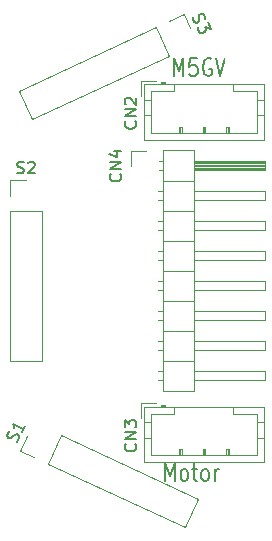
<source format=gto>
G04 #@! TF.FileFunction,Legend,Top*
%FSLAX46Y46*%
G04 Gerber Fmt 4.6, Leading zero omitted, Abs format (unit mm)*
G04 Created by KiCad (PCBNEW 4.0.7) date 05/17/20 12:10:28*
%MOMM*%
%LPD*%
G01*
G04 APERTURE LIST*
%ADD10C,0.100000*%
%ADD11C,0.200000*%
%ADD12C,0.120000*%
%ADD13C,0.150000*%
%ADD14R,2.100000X2.100000*%
%ADD15O,2.100000X2.100000*%
%ADD16R,1.600000X2.100000*%
%ADD17O,1.600000X2.100000*%
%ADD18C,2.100000*%
%ADD19C,3.900000*%
G04 APERTURE END LIST*
D10*
D11*
X76019286Y-48303571D02*
X76019286Y-46803571D01*
X76419286Y-47875000D01*
X76819286Y-46803571D01*
X76819286Y-48303571D01*
X77962144Y-46803571D02*
X77390715Y-46803571D01*
X77333572Y-47517857D01*
X77390715Y-47446429D01*
X77505001Y-47375000D01*
X77790715Y-47375000D01*
X77905001Y-47446429D01*
X77962144Y-47517857D01*
X78019287Y-47660714D01*
X78019287Y-48017857D01*
X77962144Y-48160714D01*
X77905001Y-48232143D01*
X77790715Y-48303571D01*
X77505001Y-48303571D01*
X77390715Y-48232143D01*
X77333572Y-48160714D01*
X79162144Y-46875000D02*
X79047858Y-46803571D01*
X78876429Y-46803571D01*
X78705001Y-46875000D01*
X78590715Y-47017857D01*
X78533572Y-47160714D01*
X78476429Y-47446429D01*
X78476429Y-47660714D01*
X78533572Y-47946429D01*
X78590715Y-48089286D01*
X78705001Y-48232143D01*
X78876429Y-48303571D01*
X78990715Y-48303571D01*
X79162144Y-48232143D01*
X79219287Y-48160714D01*
X79219287Y-47660714D01*
X78990715Y-47660714D01*
X79562144Y-46803571D02*
X79962144Y-48303571D01*
X80362144Y-46803571D01*
X75270000Y-82593571D02*
X75270000Y-81093571D01*
X75670000Y-82165000D01*
X76070000Y-81093571D01*
X76070000Y-82593571D01*
X76812858Y-82593571D02*
X76698572Y-82522143D01*
X76641429Y-82450714D01*
X76584286Y-82307857D01*
X76584286Y-81879286D01*
X76641429Y-81736429D01*
X76698572Y-81665000D01*
X76812858Y-81593571D01*
X76984286Y-81593571D01*
X77098572Y-81665000D01*
X77155715Y-81736429D01*
X77212858Y-81879286D01*
X77212858Y-82307857D01*
X77155715Y-82450714D01*
X77098572Y-82522143D01*
X76984286Y-82593571D01*
X76812858Y-82593571D01*
X77555715Y-81593571D02*
X78012858Y-81593571D01*
X77727143Y-81093571D02*
X77727143Y-82379286D01*
X77784286Y-82522143D01*
X77898572Y-82593571D01*
X78012858Y-82593571D01*
X78584286Y-82593571D02*
X78470000Y-82522143D01*
X78412857Y-82450714D01*
X78355714Y-82307857D01*
X78355714Y-81879286D01*
X78412857Y-81736429D01*
X78470000Y-81665000D01*
X78584286Y-81593571D01*
X78755714Y-81593571D01*
X78870000Y-81665000D01*
X78927143Y-81736429D01*
X78984286Y-81879286D01*
X78984286Y-82307857D01*
X78927143Y-82450714D01*
X78870000Y-82522143D01*
X78755714Y-82593571D01*
X78584286Y-82593571D01*
X79498571Y-82593571D02*
X79498571Y-81593571D01*
X79498571Y-81879286D02*
X79555714Y-81736429D01*
X79612857Y-81665000D01*
X79727143Y-81593571D01*
X79841428Y-81593571D01*
D12*
X73515000Y-49000000D02*
X73515000Y-53700000D01*
X73515000Y-53700000D02*
X83615000Y-53700000D01*
X83615000Y-53700000D02*
X83615000Y-49000000D01*
X83615000Y-49000000D02*
X73515000Y-49000000D01*
X76065000Y-49000000D02*
X76065000Y-49600000D01*
X76065000Y-49600000D02*
X74115000Y-49600000D01*
X74115000Y-49600000D02*
X74115000Y-53100000D01*
X74115000Y-53100000D02*
X83015000Y-53100000D01*
X83015000Y-53100000D02*
X83015000Y-49600000D01*
X83015000Y-49600000D02*
X81065000Y-49600000D01*
X81065000Y-49600000D02*
X81065000Y-49000000D01*
X73515000Y-50300000D02*
X74115000Y-50300000D01*
X73515000Y-51600000D02*
X74115000Y-51600000D01*
X83615000Y-50300000D02*
X83015000Y-50300000D01*
X83615000Y-51600000D02*
X83015000Y-51600000D01*
X75265000Y-49000000D02*
X75265000Y-48800000D01*
X75265000Y-48800000D02*
X74965000Y-48800000D01*
X74965000Y-48800000D02*
X74965000Y-49000000D01*
X75265000Y-48900000D02*
X74965000Y-48900000D01*
X76465000Y-53100000D02*
X76465000Y-52600000D01*
X76465000Y-52600000D02*
X76665000Y-52600000D01*
X76665000Y-52600000D02*
X76665000Y-53100000D01*
X76565000Y-53100000D02*
X76565000Y-52600000D01*
X78465000Y-53100000D02*
X78465000Y-52600000D01*
X78465000Y-52600000D02*
X78665000Y-52600000D01*
X78665000Y-52600000D02*
X78665000Y-53100000D01*
X78565000Y-53100000D02*
X78565000Y-52600000D01*
X80465000Y-53100000D02*
X80465000Y-52600000D01*
X80465000Y-52600000D02*
X80665000Y-52600000D01*
X80665000Y-52600000D02*
X80665000Y-53100000D01*
X80565000Y-53100000D02*
X80565000Y-52600000D01*
X74465000Y-48700000D02*
X73215000Y-48700000D01*
X73215000Y-48700000D02*
X73215000Y-49950000D01*
X73515000Y-76305000D02*
X73515000Y-81005000D01*
X73515000Y-81005000D02*
X83615000Y-81005000D01*
X83615000Y-81005000D02*
X83615000Y-76305000D01*
X83615000Y-76305000D02*
X73515000Y-76305000D01*
X76065000Y-76305000D02*
X76065000Y-76905000D01*
X76065000Y-76905000D02*
X74115000Y-76905000D01*
X74115000Y-76905000D02*
X74115000Y-80405000D01*
X74115000Y-80405000D02*
X83015000Y-80405000D01*
X83015000Y-80405000D02*
X83015000Y-76905000D01*
X83015000Y-76905000D02*
X81065000Y-76905000D01*
X81065000Y-76905000D02*
X81065000Y-76305000D01*
X73515000Y-77605000D02*
X74115000Y-77605000D01*
X73515000Y-78905000D02*
X74115000Y-78905000D01*
X83615000Y-77605000D02*
X83015000Y-77605000D01*
X83615000Y-78905000D02*
X83015000Y-78905000D01*
X75265000Y-76305000D02*
X75265000Y-76105000D01*
X75265000Y-76105000D02*
X74965000Y-76105000D01*
X74965000Y-76105000D02*
X74965000Y-76305000D01*
X75265000Y-76205000D02*
X74965000Y-76205000D01*
X76465000Y-80405000D02*
X76465000Y-79905000D01*
X76465000Y-79905000D02*
X76665000Y-79905000D01*
X76665000Y-79905000D02*
X76665000Y-80405000D01*
X76565000Y-80405000D02*
X76565000Y-79905000D01*
X78465000Y-80405000D02*
X78465000Y-79905000D01*
X78465000Y-79905000D02*
X78665000Y-79905000D01*
X78665000Y-79905000D02*
X78665000Y-80405000D01*
X78565000Y-80405000D02*
X78565000Y-79905000D01*
X80465000Y-80405000D02*
X80465000Y-79905000D01*
X80465000Y-79905000D02*
X80665000Y-79905000D01*
X80665000Y-79905000D02*
X80665000Y-80405000D01*
X80565000Y-80405000D02*
X80565000Y-79905000D01*
X74465000Y-76005000D02*
X73215000Y-76005000D01*
X73215000Y-76005000D02*
X73215000Y-77255000D01*
X75100000Y-54550000D02*
X75100000Y-74990000D01*
X75100000Y-74990000D02*
X77760000Y-74990000D01*
X77760000Y-74990000D02*
X77760000Y-54550000D01*
X77760000Y-54550000D02*
X75100000Y-54550000D01*
X77760000Y-55500000D02*
X83760000Y-55500000D01*
X83760000Y-55500000D02*
X83760000Y-56260000D01*
X83760000Y-56260000D02*
X77760000Y-56260000D01*
X77760000Y-55560000D02*
X83760000Y-55560000D01*
X77760000Y-55680000D02*
X83760000Y-55680000D01*
X77760000Y-55800000D02*
X83760000Y-55800000D01*
X77760000Y-55920000D02*
X83760000Y-55920000D01*
X77760000Y-56040000D02*
X83760000Y-56040000D01*
X77760000Y-56160000D02*
X83760000Y-56160000D01*
X74770000Y-55500000D02*
X75100000Y-55500000D01*
X74770000Y-56260000D02*
X75100000Y-56260000D01*
X75100000Y-57150000D02*
X77760000Y-57150000D01*
X77760000Y-58040000D02*
X83760000Y-58040000D01*
X83760000Y-58040000D02*
X83760000Y-58800000D01*
X83760000Y-58800000D02*
X77760000Y-58800000D01*
X74702929Y-58040000D02*
X75100000Y-58040000D01*
X74702929Y-58800000D02*
X75100000Y-58800000D01*
X75100000Y-59690000D02*
X77760000Y-59690000D01*
X77760000Y-60580000D02*
X83760000Y-60580000D01*
X83760000Y-60580000D02*
X83760000Y-61340000D01*
X83760000Y-61340000D02*
X77760000Y-61340000D01*
X74702929Y-60580000D02*
X75100000Y-60580000D01*
X74702929Y-61340000D02*
X75100000Y-61340000D01*
X75100000Y-62230000D02*
X77760000Y-62230000D01*
X77760000Y-63120000D02*
X83760000Y-63120000D01*
X83760000Y-63120000D02*
X83760000Y-63880000D01*
X83760000Y-63880000D02*
X77760000Y-63880000D01*
X74702929Y-63120000D02*
X75100000Y-63120000D01*
X74702929Y-63880000D02*
X75100000Y-63880000D01*
X75100000Y-64770000D02*
X77760000Y-64770000D01*
X77760000Y-65660000D02*
X83760000Y-65660000D01*
X83760000Y-65660000D02*
X83760000Y-66420000D01*
X83760000Y-66420000D02*
X77760000Y-66420000D01*
X74702929Y-65660000D02*
X75100000Y-65660000D01*
X74702929Y-66420000D02*
X75100000Y-66420000D01*
X75100000Y-67310000D02*
X77760000Y-67310000D01*
X77760000Y-68200000D02*
X83760000Y-68200000D01*
X83760000Y-68200000D02*
X83760000Y-68960000D01*
X83760000Y-68960000D02*
X77760000Y-68960000D01*
X74702929Y-68200000D02*
X75100000Y-68200000D01*
X74702929Y-68960000D02*
X75100000Y-68960000D01*
X75100000Y-69850000D02*
X77760000Y-69850000D01*
X77760000Y-70740000D02*
X83760000Y-70740000D01*
X83760000Y-70740000D02*
X83760000Y-71500000D01*
X83760000Y-71500000D02*
X77760000Y-71500000D01*
X74702929Y-70740000D02*
X75100000Y-70740000D01*
X74702929Y-71500000D02*
X75100000Y-71500000D01*
X75100000Y-72390000D02*
X77760000Y-72390000D01*
X77760000Y-73280000D02*
X83760000Y-73280000D01*
X83760000Y-73280000D02*
X83760000Y-74040000D01*
X83760000Y-74040000D02*
X77760000Y-74040000D01*
X74702929Y-73280000D02*
X75100000Y-73280000D01*
X74702929Y-74040000D02*
X75100000Y-74040000D01*
X72390000Y-55880000D02*
X72390000Y-54610000D01*
X72390000Y-54610000D02*
X73660000Y-54610000D01*
X76923416Y-86509724D02*
X78047581Y-84098945D01*
X65358929Y-81117115D02*
X76923416Y-86509724D01*
X66483093Y-78706336D02*
X78047581Y-84098945D01*
X65358929Y-81117115D02*
X66483093Y-78706336D01*
X64207918Y-80580389D02*
X63002528Y-80018307D01*
X63002528Y-80018307D02*
X63564611Y-78812918D01*
X62170000Y-72450000D02*
X64830000Y-72450000D01*
X62170000Y-59690000D02*
X62170000Y-72450000D01*
X64830000Y-59690000D02*
X64830000Y-72450000D01*
X62170000Y-59690000D02*
X64830000Y-59690000D01*
X62170000Y-58420000D02*
X62170000Y-57090000D01*
X62170000Y-57090000D02*
X63500000Y-57090000D01*
X62922419Y-49554945D02*
X64046584Y-51965724D01*
X74486907Y-44162336D02*
X62922419Y-49554945D01*
X75611071Y-46573115D02*
X64046584Y-51965724D01*
X74486907Y-44162336D02*
X75611071Y-46573115D01*
X75637918Y-43625611D02*
X76843307Y-43063528D01*
X76843307Y-43063528D02*
X77405389Y-44268918D01*
D13*
X72747143Y-52125476D02*
X72794762Y-52173095D01*
X72842381Y-52315952D01*
X72842381Y-52411190D01*
X72794762Y-52554048D01*
X72699524Y-52649286D01*
X72604286Y-52696905D01*
X72413810Y-52744524D01*
X72270952Y-52744524D01*
X72080476Y-52696905D01*
X71985238Y-52649286D01*
X71890000Y-52554048D01*
X71842381Y-52411190D01*
X71842381Y-52315952D01*
X71890000Y-52173095D01*
X71937619Y-52125476D01*
X72842381Y-51696905D02*
X71842381Y-51696905D01*
X72842381Y-51125476D01*
X71842381Y-51125476D01*
X71937619Y-50696905D02*
X71890000Y-50649286D01*
X71842381Y-50554048D01*
X71842381Y-50315952D01*
X71890000Y-50220714D01*
X71937619Y-50173095D01*
X72032857Y-50125476D01*
X72128095Y-50125476D01*
X72270952Y-50173095D01*
X72842381Y-50744524D01*
X72842381Y-50125476D01*
X72747143Y-79430476D02*
X72794762Y-79478095D01*
X72842381Y-79620952D01*
X72842381Y-79716190D01*
X72794762Y-79859048D01*
X72699524Y-79954286D01*
X72604286Y-80001905D01*
X72413810Y-80049524D01*
X72270952Y-80049524D01*
X72080476Y-80001905D01*
X71985238Y-79954286D01*
X71890000Y-79859048D01*
X71842381Y-79716190D01*
X71842381Y-79620952D01*
X71890000Y-79478095D01*
X71937619Y-79430476D01*
X72842381Y-79001905D02*
X71842381Y-79001905D01*
X72842381Y-78430476D01*
X71842381Y-78430476D01*
X71842381Y-78049524D02*
X71842381Y-77430476D01*
X72223333Y-77763810D01*
X72223333Y-77620952D01*
X72270952Y-77525714D01*
X72318571Y-77478095D01*
X72413810Y-77430476D01*
X72651905Y-77430476D01*
X72747143Y-77478095D01*
X72794762Y-77525714D01*
X72842381Y-77620952D01*
X72842381Y-77906667D01*
X72794762Y-78001905D01*
X72747143Y-78049524D01*
X71477143Y-56570476D02*
X71524762Y-56618095D01*
X71572381Y-56760952D01*
X71572381Y-56856190D01*
X71524762Y-56999048D01*
X71429524Y-57094286D01*
X71334286Y-57141905D01*
X71143810Y-57189524D01*
X71000952Y-57189524D01*
X70810476Y-57141905D01*
X70715238Y-57094286D01*
X70620000Y-56999048D01*
X70572381Y-56856190D01*
X70572381Y-56760952D01*
X70620000Y-56618095D01*
X70667619Y-56570476D01*
X71572381Y-56141905D02*
X70572381Y-56141905D01*
X71572381Y-55570476D01*
X70572381Y-55570476D01*
X70905714Y-54665714D02*
X71572381Y-54665714D01*
X70524762Y-54903810D02*
X71239048Y-55141905D01*
X71239048Y-54522857D01*
X62703147Y-79251879D02*
X62806678Y-79142531D01*
X62907302Y-78926743D01*
X62904394Y-78820304D01*
X62881361Y-78757022D01*
X62815171Y-78673615D01*
X62728856Y-78633365D01*
X62622416Y-78636274D01*
X62559134Y-78659306D01*
X62475727Y-78725496D01*
X62352070Y-78878002D01*
X62268663Y-78944193D01*
X62205381Y-78967225D01*
X62098941Y-78970134D01*
X62012627Y-78929884D01*
X61946436Y-78846477D01*
X61923403Y-78783195D01*
X61920495Y-78676756D01*
X62021119Y-78460968D01*
X62124650Y-78351620D01*
X63390294Y-77890963D02*
X63148798Y-78408854D01*
X63269546Y-78149909D02*
X62363238Y-77727291D01*
X62452461Y-77873979D01*
X62498527Y-78000544D01*
X62501435Y-78106983D01*
X62738095Y-56494762D02*
X62880952Y-56542381D01*
X63119048Y-56542381D01*
X63214286Y-56494762D01*
X63261905Y-56447143D01*
X63309524Y-56351905D01*
X63309524Y-56256667D01*
X63261905Y-56161429D01*
X63214286Y-56113810D01*
X63119048Y-56066190D01*
X62928571Y-56018571D01*
X62833333Y-55970952D01*
X62785714Y-55923333D01*
X62738095Y-55828095D01*
X62738095Y-55732857D01*
X62785714Y-55637619D01*
X62833333Y-55590000D01*
X62928571Y-55542381D01*
X63166667Y-55542381D01*
X63309524Y-55590000D01*
X63690476Y-55637619D02*
X63738095Y-55590000D01*
X63833333Y-55542381D01*
X64071429Y-55542381D01*
X64166667Y-55590000D01*
X64214286Y-55637619D01*
X64261905Y-55732857D01*
X64261905Y-55828095D01*
X64214286Y-55970952D01*
X63642857Y-56542381D01*
X64261905Y-56542381D01*
X77622863Y-43326838D02*
X77640080Y-43476435D01*
X77740703Y-43692224D01*
X77824110Y-43758414D01*
X77887392Y-43781447D01*
X77993832Y-43784355D01*
X78080147Y-43744106D01*
X78146337Y-43660699D01*
X78169370Y-43597417D01*
X78172279Y-43490977D01*
X78134937Y-43298221D01*
X78137845Y-43191782D01*
X78160878Y-43128500D01*
X78227069Y-43045093D01*
X78313384Y-43004843D01*
X78419823Y-43007752D01*
X78483105Y-43030784D01*
X78566512Y-43096975D01*
X78667136Y-43312763D01*
X78684352Y-43462360D01*
X78868382Y-43744338D02*
X79130003Y-44305386D01*
X78643871Y-44164280D01*
X78704245Y-44293753D01*
X78701337Y-44400193D01*
X78678304Y-44463475D01*
X78612113Y-44546882D01*
X78396325Y-44647505D01*
X78289886Y-44644597D01*
X78226604Y-44621564D01*
X78143197Y-44555374D01*
X78022449Y-44296428D01*
X78025357Y-44189989D01*
X78048389Y-44126707D01*
%LPC*%
D14*
X69850000Y-60960000D03*
D15*
X67310000Y-60960000D03*
X69850000Y-63500000D03*
X67310000Y-63500000D03*
X69850000Y-66040000D03*
X67310000Y-66040000D03*
X69850000Y-68580000D03*
X67310000Y-68580000D03*
D16*
X75565000Y-50800000D03*
D17*
X77565000Y-50800000D03*
X79565000Y-50800000D03*
X81565000Y-50800000D03*
D16*
X75565000Y-78105000D03*
D17*
X77565000Y-78105000D03*
X79565000Y-78105000D03*
X81565000Y-78105000D03*
D14*
X73660000Y-55880000D03*
D15*
X73660000Y-58420000D03*
X73660000Y-60960000D03*
X73660000Y-63500000D03*
X73660000Y-66040000D03*
X73660000Y-68580000D03*
X73660000Y-71120000D03*
X73660000Y-73660000D03*
D10*
G36*
X65277874Y-80770372D02*
X63374628Y-79882874D01*
X64262126Y-77979628D01*
X66165372Y-78867126D01*
X65277874Y-80770372D01*
X65277874Y-80770372D01*
G37*
D18*
X67072022Y-80448450D02*
X67072022Y-80448450D01*
X69374044Y-81521901D02*
X69374044Y-81521901D01*
X71676065Y-82595351D02*
X71676065Y-82595351D01*
X73978087Y-83668802D02*
X73978087Y-83668802D01*
X76280109Y-84742252D02*
X76280109Y-84742252D01*
D14*
X63500000Y-58420000D03*
D15*
X63500000Y-60960000D03*
X63500000Y-63500000D03*
X63500000Y-66040000D03*
X63500000Y-68580000D03*
X63500000Y-71120000D03*
D10*
G36*
X74804628Y-44323126D02*
X76707874Y-43435628D01*
X77595372Y-45338874D01*
X75692126Y-46226372D01*
X74804628Y-44323126D01*
X74804628Y-44323126D01*
G37*
D18*
X73897978Y-45904450D02*
X73897978Y-45904450D01*
X71595956Y-46977901D02*
X71595956Y-46977901D01*
X69293935Y-48051351D02*
X69293935Y-48051351D01*
X66991913Y-49124802D02*
X66991913Y-49124802D01*
X64689891Y-50198252D02*
X64689891Y-50198252D01*
D19*
X64135000Y-45720000D03*
X81915000Y-45720000D03*
X64135000Y-83820000D03*
X81915000Y-83820000D03*
M02*

</source>
